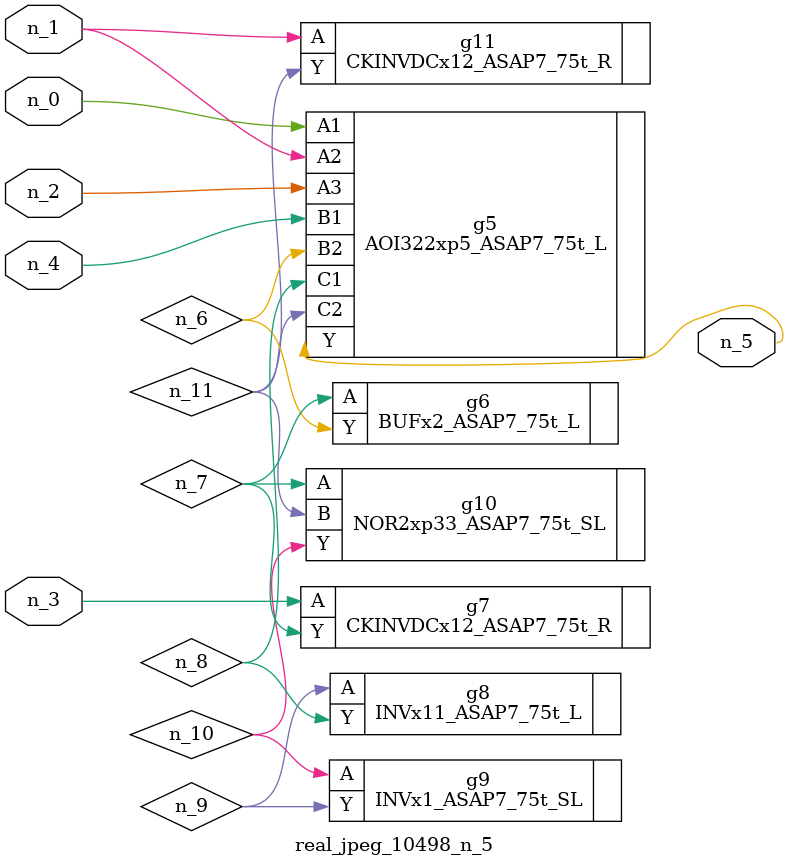
<source format=v>
module real_jpeg_10498_n_5 (n_4, n_0, n_1, n_2, n_3, n_5);

input n_4;
input n_0;
input n_1;
input n_2;
input n_3;

output n_5;

wire n_8;
wire n_11;
wire n_6;
wire n_7;
wire n_10;
wire n_9;

AOI322xp5_ASAP7_75t_L g5 ( 
.A1(n_0),
.A2(n_1),
.A3(n_2),
.B1(n_4),
.B2(n_6),
.C1(n_8),
.C2(n_11),
.Y(n_5)
);

CKINVDCx12_ASAP7_75t_R g11 ( 
.A(n_1),
.Y(n_11)
);

CKINVDCx12_ASAP7_75t_R g7 ( 
.A(n_3),
.Y(n_7)
);

BUFx2_ASAP7_75t_L g6 ( 
.A(n_7),
.Y(n_6)
);

NOR2xp33_ASAP7_75t_SL g10 ( 
.A(n_7),
.B(n_11),
.Y(n_10)
);

INVx11_ASAP7_75t_L g8 ( 
.A(n_9),
.Y(n_8)
);

INVx1_ASAP7_75t_SL g9 ( 
.A(n_10),
.Y(n_9)
);


endmodule
</source>
